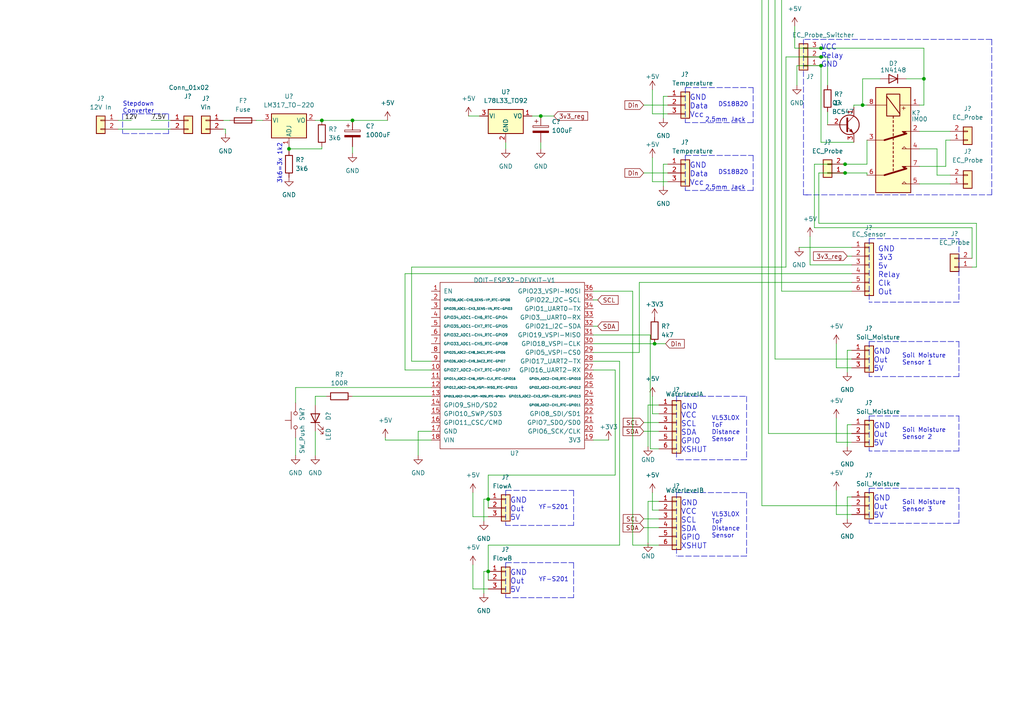
<source format=kicad_sch>
(kicad_sch (version 20211123) (generator eeschema)
  (paper "A4")
  (lib_symbols
    (symbol "Connector:Conn_01x10_Female" (pin_names (offset 1.016) hide)
      (property "Reference" "J" (at 0 12.7 0))
      (property "Value" "Conn_01x10_Female" (at 0 -15.24 0))
      (symbol "Conn_01x10_Female_1_1"
        (arc (start 0 -12.192) (mid -0.508 -12.7) (end 0 -13.208) (stroke (width 0.1524)))
        (arc (start 0 -9.652) (mid -0.508 -10.16) (end 0 -10.668) (stroke (width 0.1524)))
        (arc (start 0 -7.112) (mid -0.508 -7.62) (end 0 -8.128) (stroke (width 0.1524)))
        (arc (start 0 -4.572) (mid -0.508 -5.08) (end 0 -5.588) (stroke (width 0.1524)))
        (arc (start 0 -2.032) (mid -0.508 -2.54) (end 0 -3.048) (stroke (width 0.1524)))
        (polyline (pts (xy -1.27 -12.7) (xy -0.508 -12.7)) (stroke (width 0.1524)))
        (polyline (pts (xy -1.27 -10.16) (xy -0.508 -10.16)) (stroke (width 0.1524)))
        (polyline (pts (xy -1.27 -7.62) (xy -0.508 -7.62)) (stroke (width 0.1524)))
        (polyline (pts (xy -1.27 -5.08) (xy -0.508 -5.08)) (stroke (width 0.1524)))
        (polyline (pts (xy -1.27 -2.54) (xy -0.508 -2.54)) (stroke (width 0.1524)))
        (polyline (pts (xy -1.27 0) (xy -0.508 0)) (stroke (width 0.1524)))
        (polyline (pts (xy -1.27 2.54) (xy -0.508 2.54)) (stroke (width 0.1524)))
        (polyline (pts (xy -1.27 5.08) (xy -0.508 5.08)) (stroke (width 0.1524)))
        (polyline (pts (xy -1.27 7.62) (xy -0.508 7.62)) (stroke (width 0.1524)))
        (polyline (pts (xy -1.27 10.16) (xy -0.508 10.16)) (stroke (width 0.1524)))
        (arc (start 0 0.508) (mid -0.508 0) (end 0 -0.508) (stroke (width 0.1524)))
        (arc (start 0 3.048) (mid -0.508 2.54) (end 0 2.032) (stroke (width 0.1524)))
        (arc (start 0 5.588) (mid -0.508 5.08) (end 0 4.572) (stroke (width 0.1524)))
        (arc (start 0 8.128) (mid -0.508 7.62) (end 0 7.112) (stroke (width 0.1524)))
        (arc (start 0 10.668) (mid -0.508 10.16) (end 0 9.652) (stroke (width 0.1524)))
        (pin passive line (at -5.08 10.16 0) (length 3.81) (name "Pin_1") (number "1"))
        (pin passive line (at -5.08 -12.7 0) (length 3.81) (name "Pin_10") (number "10"))
        (pin passive line (at -5.08 7.62 0) (length 3.81) (name "Pin_2") (number "2"))
        (pin passive line (at -5.08 5.08 0) (length 3.81) (name "Pin_3") (number "3"))
        (pin passive line (at -5.08 2.54 0) (length 3.81) (name "Pin_4") (number "4"))
        (pin passive line (at -5.08 0 0) (length 3.81) (name "Pin_5") (number "5"))
        (pin passive line (at -5.08 -2.54 0) (length 3.81) (name "Pin_6") (number "6"))
        (pin passive line (at -5.08 -5.08 0) (length 3.81) (name "Pin_7") (number "7"))
        (pin passive line (at -5.08 -7.62 0) (length 3.81) (name "Pin_8") (number "8"))
        (pin passive line (at -5.08 -10.16 0) (length 3.81) (name "Pin_9") (number "9"))
      )
    )
    (symbol "Connector_Generic:Conn_01x02" (pin_names (offset 1.016) hide)
      (property "Reference" "J" (at 0 2.54 0))
      (property "Value" "Conn_01x02" (at 0 -5.08 0))
      (symbol "Conn_01x02_1_1"
        (rectangle (start -1.27 -2.413) (end 0 -2.667) (stroke (width 0.1524)))
        (rectangle (start -1.27 0.127) (end 0 -0.127) (stroke (width 0.1524)))
        (rectangle (start -1.27 1.27) (end 1.27 -3.81) (stroke (width 0.254)) (fill (type background)))
        (pin passive line (at -5.08 0 0) (length 3.81) (name "Pin_1") (number "1"))
        (pin passive line (at -5.08 -2.54 0) (length 3.81) (name "Pin_2") (number "2"))
      )
    )
    (symbol "Connector_Generic:Conn_01x03" (pin_names (offset 1.016) hide)
      (property "Reference" "J" (at 0 5.08 0))
      (property "Value" "Conn_01x03" (at 0 -5.08 0))
      (symbol "Conn_01x03_1_1"
        (rectangle (start -1.27 -2.413) (end 0 -2.667) (stroke (width 0.1524)))
        (rectangle (start -1.27 0.127) (end 0 -0.127) (stroke (width 0.1524)))
        (rectangle (start -1.27 2.667) (end 0 2.413) (stroke (width 0.1524)))
        (rectangle (start -1.27 3.81) (end 1.27 -3.81) (stroke (width 0.254)) (fill (type background)))
        (pin passive line (at -5.08 2.54 0) (length 3.81) (name "Pin_1") (number "1"))
        (pin passive line (at -5.08 0 0) (length 3.81) (name "Pin_2") (number "2"))
        (pin passive line (at -5.08 -2.54 0) (length 3.81) (name "Pin_3") (number "3"))
      )
    )
    (symbol "Connector_Generic:Conn_01x06" (pin_names (offset 1.016) hide)
      (property "Reference" "J" (at 0 7.62 0))
      (property "Value" "Conn_01x06" (at 0 -10.16 0))
      (symbol "Conn_01x06_1_1"
        (rectangle (start -1.27 -7.493) (end 0 -7.747) (stroke (width 0.1524)))
        (rectangle (start -1.27 -4.953) (end 0 -5.207) (stroke (width 0.1524)))
        (rectangle (start -1.27 -2.413) (end 0 -2.667) (stroke (width 0.1524)))
        (rectangle (start -1.27 0.127) (end 0 -0.127) (stroke (width 0.1524)))
        (rectangle (start -1.27 2.667) (end 0 2.413) (stroke (width 0.1524)))
        (rectangle (start -1.27 5.207) (end 0 4.953) (stroke (width 0.1524)))
        (rectangle (start -1.27 6.35) (end 1.27 -8.89) (stroke (width 0.254)) (fill (type background)))
        (pin passive line (at -5.08 5.08 0) (length 3.81) (name "Pin_1") (number "1"))
        (pin passive line (at -5.08 2.54 0) (length 3.81) (name "Pin_2") (number "2"))
        (pin passive line (at -5.08 0 0) (length 3.81) (name "Pin_3") (number "3"))
        (pin passive line (at -5.08 -2.54 0) (length 3.81) (name "Pin_4") (number "4"))
        (pin passive line (at -5.08 -5.08 0) (length 3.81) (name "Pin_5") (number "5"))
        (pin passive line (at -5.08 -7.62 0) (length 3.81) (name "Pin_6") (number "6"))
      )
    )
    (symbol "Device:C_Polarized" (pin_numbers hide) (pin_names (offset 0.254))
      (property "Reference" "C" (at 0.635 2.54 0))
      (property "Value" "C_Polarized" (at 0.635 -2.54 0))
      (symbol "C_Polarized_0_1"
        (rectangle (start -2.286 0.508) (end 2.286 1.016))
        (polyline (pts (xy -1.778 2.286) (xy -0.762 2.286)))
        (polyline (pts (xy -1.27 2.794) (xy -1.27 1.778)))
        (rectangle (start 2.286 -0.508) (end -2.286 -1.016) (fill (type outline)))
      )
      (symbol "C_Polarized_1_1"
        (pin passive line (at 0 3.81 270) (length 2.794) (name "~") (number "1"))
        (pin passive line (at 0 -3.81 90) (length 2.794) (name "~") (number "2"))
      )
    )
    (symbol "Device:Fuse" (pin_numbers hide) (pin_names (offset 0))
      (property "Reference" "F" (at 2.032 0 90))
      (property "Value" "Fuse" (at -1.905 0 90))
      (symbol "Fuse_0_1"
        (rectangle (start -0.762 -2.54) (end 0.762 2.54) (stroke (width 0.254)))
        (polyline (pts (xy 0 2.54) (xy 0 -2.54)))
      )
      (symbol "Fuse_1_1"
        (pin passive line (at 0 3.81 270) (length 1.27) (name "~") (number "1"))
        (pin passive line (at 0 -3.81 90) (length 1.27) (name "~") (number "2"))
      )
    )
    (symbol "Device:LED" (pin_numbers hide) (pin_names (offset 1.016) hide)
      (property "Reference" "D" (at 0 2.54 0))
      (property "Value" "LED" (at 0 -2.54 0))
      (symbol "LED_0_1"
        (polyline (pts (xy -1.27 -1.27) (xy -1.27 1.27)) (stroke (width 0.254)))
        (polyline (pts (xy -1.27 0) (xy 1.27 0)))
        (polyline (pts (xy 1.27 -1.27) (xy 1.27 1.27) (xy -1.27 0) (xy 1.27 -1.27)) (stroke (width 0.254)))
        (polyline (pts (xy -3.048 -0.762) (xy -4.572 -2.286) (xy -3.81 -2.286) (xy -4.572 -2.286) (xy -4.572 -1.524)))
        (polyline (pts (xy -1.778 -0.762) (xy -3.302 -2.286) (xy -2.54 -2.286) (xy -3.302 -2.286) (xy -3.302 -1.524)))
      )
      (symbol "LED_1_1"
        (pin passive line (at -3.81 0 0) (length 2.54) (name "K") (number "1"))
        (pin passive line (at 3.81 0 180) (length 2.54) (name "A") (number "2"))
      )
    )
    (symbol "Device:R" (pin_numbers hide) (pin_names (offset 0))
      (property "Reference" "R" (at 2.032 0 90))
      (property "Value" "R" (at 0 0 90))
      (symbol "R_0_1"
        (rectangle (start -1.016 -2.54) (end 1.016 2.54) (stroke (width 0.254)))
      )
      (symbol "R_1_1"
        (pin passive line (at 0 3.81 270) (length 1.27) (name "~") (number "1"))
        (pin passive line (at 0 -3.81 90) (length 1.27) (name "~") (number "2"))
      )
    )
    (symbol "Diode:1N4148" (pin_numbers hide) (pin_names hide)
      (property "Reference" "D" (at 0 2.54 0))
      (property "Value" "1N4148" (at 0 -2.54 0))
      (symbol "1N4148_0_1"
        (polyline (pts (xy -1.27 1.27) (xy -1.27 -1.27)) (stroke (width 0.254)))
        (polyline (pts (xy 1.27 0) (xy -1.27 0)))
        (polyline (pts (xy 1.27 1.27) (xy 1.27 -1.27) (xy -1.27 0) (xy 1.27 1.27)) (stroke (width 0.254)))
      )
      (symbol "1N4148_1_1"
        (pin passive line (at -3.81 0 0) (length 2.54) (name "K") (number "1"))
        (pin passive line (at 3.81 0 180) (length 2.54) (name "A") (number "2"))
      )
    )
    (symbol "Regulator_Linear:L78L33_TO92" (pin_names (offset 0.254))
      (property "Reference" "U" (at -3.81 3.175 0))
      (property "Value" "L78L33_TO92" (at 0 3.175 0))
      (symbol "L78L33_TO92_0_1"
        (rectangle (start -5.08 -5.08) (end 5.08 1.905) (stroke (width 0.254)) (fill (type background)))
      )
      (symbol "L78L33_TO92_1_1"
        (pin power_out line (at 7.62 0 180) (length 2.54) (name "VO") (number "1"))
        (pin power_in line (at 0 -7.62 90) (length 2.54) (name "GND") (number "2"))
        (pin power_in line (at -7.62 0 0) (length 2.54) (name "VI") (number "3"))
      )
    )
    (symbol "Regulator_Linear:LM317_TO-220" (pin_names (offset 0.254))
      (property "Reference" "U" (at -3.81 3.175 0))
      (property "Value" "LM317_TO-220" (at 0 3.175 0))
      (symbol "LM317_TO-220_0_1"
        (rectangle (start -5.08 1.905) (end 5.08 -5.08) (stroke (width 0.254)) (fill (type background)))
      )
      (symbol "LM317_TO-220_1_1"
        (pin input line (at 0 -7.62 90) (length 2.54) (name "ADJ") (number "1"))
        (pin power_out line (at 7.62 0 180) (length 2.54) (name "VO") (number "2"))
        (pin power_in line (at -7.62 0 0) (length 2.54) (name "VI") (number "3"))
      )
    )
    (symbol "Relay:IM00"
      (property "Reference" "K" (at 16.51 3.81 0))
      (property "Value" "IM00" (at 16.51 1.27 0))
      (symbol "IM00_0_0"
        (text "+" (at -9.271 2.921 0) (effects (font (size 1.27 1.27))))
      )
      (symbol "IM00_0_1"
        (rectangle (start -15.24 5.08) (end 15.24 -5.08) (stroke (width 0.254)) (fill (type background)))
        (rectangle (start -13.335 1.905) (end -6.985 -1.905) (stroke (width 0.254)))
        (polyline (pts (xy -12.7 -1.905) (xy -7.62 1.905)) (stroke (width 0.254)))
        (polyline (pts (xy -10.16 -5.08) (xy -10.16 -1.905)))
        (polyline (pts (xy -10.16 5.08) (xy -10.16 1.905)))
        (polyline (pts (xy -6.985 0) (xy -6.35 0)) (stroke (width 0.254)))
        (polyline (pts (xy -5.715 0) (xy -5.08 0)) (stroke (width 0.254)))
        (polyline (pts (xy -4.445 0) (xy -3.81 0)) (stroke (width 0.254)))
        (polyline (pts (xy -3.175 0) (xy -2.54 0)) (stroke (width 0.254)))
        (polyline (pts (xy -1.905 0) (xy -1.27 0)) (stroke (width 0.254)))
        (polyline (pts (xy -0.635 0) (xy 0 0)) (stroke (width 0.254)))
        (polyline (pts (xy 0 -2.54) (xy -1.905 3.81)) (stroke (width 0.508)))
        (polyline (pts (xy 0 -2.54) (xy 0 -5.08)))
        (polyline (pts (xy 0.635 0) (xy 1.27 0)) (stroke (width 0.254)))
        (polyline (pts (xy 1.905 0) (xy 2.54 0)) (stroke (width 0.254)))
        (polyline (pts (xy 3.175 0) (xy 3.81 0)) (stroke (width 0.254)))
        (polyline (pts (xy 4.445 0) (xy 5.08 0)) (stroke (width 0.254)))
        (polyline (pts (xy 5.715 0) (xy 6.35 0)) (stroke (width 0.254)))
        (polyline (pts (xy 6.985 0) (xy 7.62 0)) (stroke (width 0.254)))
        (polyline (pts (xy 8.255 0) (xy 8.89 0)) (stroke (width 0.254)))
        (polyline (pts (xy 10.16 -2.54) (xy 8.255 3.81)) (stroke (width 0.508)))
        (polyline (pts (xy 10.16 -2.54) (xy 10.16 -5.08)))
        (polyline (pts (xy -2.54 5.08) (xy -2.54 2.54) (xy -1.905 3.175) (xy -2.54 3.81)) (fill (type outline)))
        (polyline (pts (xy 2.54 5.08) (xy 2.54 2.54) (xy 1.905 3.175) (xy 2.54 3.81)))
        (polyline (pts (xy 7.62 5.08) (xy 7.62 2.54) (xy 8.255 3.175) (xy 7.62 3.81)) (fill (type outline)))
        (polyline (pts (xy 12.7 5.08) (xy 12.7 2.54) (xy 12.065 3.175) (xy 12.7 3.81)))
      )
      (symbol "IM00_1_1"
        (pin passive line (at -10.16 7.62 270) (length 2.54) (name "~") (number "1"))
        (pin passive line (at -2.54 7.62 270) (length 2.54) (name "~") (number "2"))
        (pin passive line (at 0 -7.62 90) (length 2.54) (name "~") (number "3"))
        (pin passive line (at 2.54 7.62 270) (length 2.54) (name "~") (number "4"))
        (pin passive line (at 12.7 7.62 270) (length 2.54) (name "~") (number "5"))
        (pin passive line (at 10.16 -7.62 90) (length 2.54) (name "~") (number "6"))
        (pin passive line (at 7.62 7.62 270) (length 2.54) (name "~") (number "7"))
        (pin passive line (at -10.16 -7.62 90) (length 2.54) (name "~") (number "8"))
      )
    )
    (symbol "Switch:SW_Push" (pin_numbers hide) (pin_names (offset 1.016) hide)
      (property "Reference" "SW" (at 1.27 2.54 0))
      (property "Value" "SW_Push" (at 0 -1.524 0))
      (symbol "SW_Push_0_1"
        (circle (center -2.032 0) (radius 0.508))
        (polyline (pts (xy 0 1.27) (xy 0 3.048)))
        (polyline (pts (xy 2.54 1.27) (xy -2.54 1.27)))
        (circle (center 2.032 0) (radius 0.508))
        (pin passive line (at -5.08 0 0) (length 2.54) (name "1") (number "1"))
        (pin passive line (at 5.08 0 180) (length 2.54) (name "2") (number "2"))
      )
    )
    (symbol "Transistor_BJT:BC547" (pin_names (offset 0) hide)
      (property "Reference" "Q" (at 5.08 1.905 0))
      (property "Value" "BC547" (at 5.08 0 0))
      (symbol "BC547_0_1"
        (polyline (pts (xy 0 0) (xy 0.635 0)))
        (polyline (pts (xy 0.635 0.635) (xy 2.54 2.54)))
        (polyline (pts (xy 0.635 -0.635) (xy 2.54 -2.54) (xy 2.54 -2.54)))
        (polyline (pts (xy 0.635 1.905) (xy 0.635 -1.905) (xy 0.635 -1.905)) (stroke (width 0.508)))
        (polyline (pts (xy 1.27 -1.778) (xy 1.778 -1.27) (xy 2.286 -2.286) (xy 1.27 -1.778) (xy 1.27 -1.778)) (fill (type outline)))
        (circle (center 1.27 0) (radius 2.8194) (stroke (width 0.254)))
      )
      (symbol "BC547_1_1"
        (pin passive line (at 2.54 5.08 270) (length 2.54) (name "C") (number "1"))
        (pin input line (at -5.08 0 0) (length 5.08) (name "B") (number "2"))
        (pin passive line (at 2.54 -5.08 90) (length 2.54) (name "E") (number "3"))
      )
    )
    (symbol "doit-esp32-devkit-v1:DOIT-ESP32-DEVKIT-V1" (pin_names (offset 1.016))
      (property "Reference" "U" (at -1.27 11.43 0))
      (property "Value" "DOIT-ESP32-DEVKIT-V1" (at 0 13.97 0))
      (symbol "DOIT-ESP32-DEVKIT-V1_0_1"
        (rectangle (start 20.32 10.16) (end -21.59 -38.1))
      )
      (symbol "DOIT-ESP32-DEVKIT-V1_1_1"
        (pin output line (at -24.13 7.62 0) (length 2.54) (name "EN") (number "1"))
        (pin bidirectional line (at -24.13 -15.24 0) (length 2.54) (name "GPIO27_ADC2-CH7_RTC-GPIO17") (number "10"))
        (pin bidirectional line (at -24.13 -17.78 0) (length 2.54) (name "GPIO14_ADC2-CH6_HSPI-CLK_RTC-GPIO16") (number "11"))
        (pin bidirectional line (at -24.13 -20.32 0) (length 2.54) (name "GPIO12_ADC2-CH5_HSPI-MISO_RTC-GPIO15") (number "12"))
        (pin bidirectional line (at -24.13 -22.86 0) (length 2.54) (name "GPIO13_ADC2-CH4_HSPI-MOSI_RTC-GPIO14") (number "13"))
        (pin unspecified line (at -24.13 -25.4 0) (length 2.54) (name "GPIO9_SHD/SD2") (number "14"))
        (pin unspecified line (at -24.13 -27.94 0) (length 2.54) (name "GPIO10_SWP/SD3") (number "15"))
        (pin unspecified line (at -24.13 -30.48 0) (length 2.54) (name "GPIO11_CSC/CMD") (number "16"))
        (pin bidirectional line (at -24.13 -33.02 0) (length 2.54) (name "GND") (number "17"))
        (pin bidirectional line (at -24.13 -35.56 0) (length 2.54) (name "VIN") (number "18"))
        (pin output line (at 22.86 -35.56 180) (length 2.54) (name "3V3") (number "19"))
        (pin bidirectional line (at -24.13 5.08 0) (length 2.54) (name "GPIO36_ADC-CH0_SENS-VP_RTC-GPIO0") (number "2"))
        (pin unspecified line (at 22.86 -33.02 180) (length 2.54) (name "GPIO6_SCK/CLK") (number "20"))
        (pin unspecified line (at 22.86 -30.48 180) (length 2.54) (name "GPIO7_SDO/SD0") (number "21"))
        (pin unspecified line (at 22.86 -27.94 180) (length 2.54) (name "GPIO8_SDI/SD1") (number "22"))
        (pin bidirectional line (at 22.86 -25.4 180) (length 2.54) (name "GPIO0_ADC2-CH1_RTC-GPIO11") (number "23"))
        (pin bidirectional line (at 22.86 -22.86 180) (length 2.54) (name "GPIO15_ADC2-CH3_HSPI-CS0_RTC-GPIO13") (number "24"))
        (pin bidirectional line (at 22.86 -20.32 180) (length 2.54) (name "GPIO2_ADC2-CH2_RTC-GPIO12") (number "25"))
        (pin bidirectional line (at 22.86 -17.78 180) (length 2.54) (name "GPIO4_ADC2-CH0_RTC-GPIO10") (number "26"))
        (pin bidirectional line (at 22.86 -15.24 180) (length 2.54) (name "GPIO16_UART2-RX") (number "27"))
        (pin bidirectional line (at 22.86 -12.7 180) (length 2.54) (name "GPIO17_UART2-TX") (number "28"))
        (pin bidirectional line (at 22.86 -10.16 180) (length 2.54) (name "GPIO5_VSPI-CS0") (number "29"))
        (pin bidirectional line (at -24.13 2.54 0) (length 2.54) (name "GPIO39_ADC1-CH3_SENS-VN_RTC-GPIO3") (number "3"))
        (pin bidirectional line (at 22.86 -7.62 180) (length 2.54) (name "GPIO18_VSPI-CLK") (number "30"))
        (pin bidirectional line (at 22.86 -5.08 180) (length 2.54) (name "GPIO19_VSPI-MISO") (number "31"))
        (pin bidirectional line (at 22.86 -2.54 180) (length 2.54) (name "GPIO21_I2C-SDA") (number "32"))
        (pin bidirectional line (at 22.86 0 180) (length 2.54) (name "GPIO3__UART0-RX") (number "33"))
        (pin bidirectional line (at 22.86 2.54 180) (length 2.54) (name "GPIO1_UART0-TX") (number "34"))
        (pin bidirectional line (at 22.86 5.08 180) (length 2.54) (name "GPIO22_I2C-SCL") (number "35"))
        (pin bidirectional line (at 22.86 7.62 180) (length 2.54) (name "GPIO23_VSPI-MOSI") (number "36"))
        (pin bidirectional line (at -24.13 0 0) (length 2.54) (name "GPIO34_ADC1-CH6_RTC-GPIO4") (number "4"))
        (pin bidirectional line (at -24.13 -2.54 0) (length 2.54) (name "GPIO35_ADC1-CH7_RTC-GPIO5") (number "5"))
        (pin bidirectional line (at -24.13 -5.08 0) (length 2.54) (name "GPIO32_ADC1-CH4_RTC-GPIO9") (number "6"))
        (pin bidirectional line (at -24.13 -7.62 0) (length 2.54) (name "GPIO33_ADC1-CH5_RTC-GPIO8") (number "7"))
        (pin bidirectional line (at -24.13 -10.16 0) (length 2.54) (name "GPIO25_ADC2-CH8_DAC1_RTC-GPIO6") (number "8"))
        (pin bidirectional line (at -24.13 -12.7 0) (length 2.54) (name "GPIO26_ADC2-CH9_DAC2_RTC-GPIO7") (number "9"))
      )
    )
    (symbol "power:+3V3" (power) (pin_names (offset 0))
      (property "Value" "+3V3" (at 0 3.556 0))
      (symbol "+3V3_0_1"
        (polyline (pts (xy -0.762 1.27) (xy 0 2.54)))
        (polyline (pts (xy 0 0) (xy 0 2.54)))
        (polyline (pts (xy 0 2.54) (xy 0.762 1.27)))
      )
      (symbol "+3V3_1_1"
        (pin power_in line (at 0 0 90) (length 0) hide (name "+3V3") (number "1"))
      )
    )
    (symbol "power:+5V" (power) (pin_names (offset 0))
      (property "Value" "+5V" (at 0 3.556 0))
      (symbol "+5V_0_1"
        (polyline (pts (xy -0.762 1.27) (xy 0 2.54)))
        (polyline (pts (xy 0 0) (xy 0 2.54)))
        (polyline (pts (xy 0 2.54) (xy 0.762 1.27)))
      )
      (symbol "+5V_1_1"
        (pin power_in line (at 0 0 90) (length 0) hide (name "+5V") (number "1"))
      )
    )
    (symbol "power:GND" (power) (pin_names (offset 0))
      (property "Value" "GND" (at 0 -3.81 0))
      (symbol "GND_0_1"
        (polyline (pts (xy 0 0) (xy 0 -1.27) (xy 1.27 -1.27) (xy 0 -2.54) (xy -1.27 -1.27) (xy 0 -1.27)))
      )
      (symbol "GND_1_1"
        (pin power_in line (at 0 0 270) (length 0) hide (name "GND") (number "1"))
      )
    )
  )
  (junction (at 238.125 13.97))
  (junction (at 83.82 43.18))
  (junction (at 238.125 16.51))
  (junction (at 267.97 22.86))
  (junction (at 93.345 34.925))
  (junction (at 250.19 30.48))
  (junction (at 141.605 165.735))
  (junction (at 189.865 99.695))
  (junction (at 156.845 33.655))
  (junction (at 245.11 47.625))
  (junction (at 245.11 50.165))
  (junction (at 141.605 144.78))
  (junction (at 238.125 19.05))
  (junction (at 102.235 34.925))
  (no_connect (at 247.015 -29.845))
  (no_connect (at 247.015 -27.305))
  (polyline (pts (xy 35.56 33.02) (xy 35.56 38.735)))
  (wire (pts (xy 74.295 34.925) (xy 76.2 34.925)))
  (polyline (pts (xy 166.37 142.24) (xy 166.37 152.4)))
  (wire (pts (xy 247.015 104.14) (xy 224.79 104.14)))
  (polyline (pts (xy 278.13 130.81) (xy 252.095 130.81)))
  (wire (pts (xy 274.32 40.64) (xy 275.59 40.64)))
  (polyline (pts (xy 287.655 11.43) (xy 233.045 11.43)))
  (wire (pts (xy 178.435 137.795) (xy 178.435 107.315)))
  (wire (pts (xy 183.515 158.115) (xy 191.135 158.115)))
  (polyline (pts (xy 218.44 25.4) (xy 218.44 35.56)))
  (polyline (pts (xy 196.215 114.935) (xy 216.535 114.935)))
  (wire (pts (xy 179.705 158.115) (xy 179.705 104.775)))
  (wire (pts (xy 267.97 13.97) (xy 238.125 13.97)))
  (wire (pts (xy 125.095 107.315) (xy 117.475 107.315)))
  (wire (pts (xy 91.44 114.935) (xy 91.44 117.475)))
  (wire (pts (xy 250.19 30.48) (xy 247.65 30.48)))
  (wire (pts (xy 242.57 106.68) (xy 242.57 99.695)))
  (wire (pts (xy 281.94 77.47) (xy 283.21 77.47)))
  (wire (pts (xy 242.57 128.27) (xy 242.57 121.285)))
  (wire (pts (xy 240.03 32.385) (xy 240.03 36.195)))
  (wire (pts (xy 251.46 47.625) (xy 251.46 40.64)))
  (wire (pts (xy 251.46 47.625) (xy 245.11 47.625)))
  (wire (pts (xy 141.605 165.735) (xy 140.335 165.735)))
  (wire (pts (xy 91.44 34.925) (xy 93.345 34.925)))
  (polyline (pts (xy 252.095 141.605) (xy 252.095 151.765)))
  (wire (pts (xy 141.605 165.735) (xy 141.605 158.115)))
  (wire (pts (xy 191.135 147.955) (xy 189.23 147.955)))
  (wire (pts (xy 262.89 22.86) (xy 267.97 22.86)))
  (wire (pts (xy 83.82 43.18) (xy 83.82 43.815)))
  (wire (pts (xy 34.29 37.465) (xy 49.53 37.465)))
  (wire (pts (xy 250.19 30.48) (xy 250.19 22.86)))
  (wire (pts (xy 236.22 66.04) (xy 236.22 47.625)))
  (wire (pts (xy 274.32 48.26) (xy 274.32 40.64)))
  (polyline (pts (xy 278.13 120.65) (xy 278.13 130.81)))
  (wire (pts (xy 187.96 117.475) (xy 187.96 129.54)))
  (polyline (pts (xy 216.535 161.29) (xy 196.215 161.29)))
  (polyline (pts (xy 166.37 173.355) (xy 146.685 173.355)))
  (wire (pts (xy 193.675 47.625) (xy 192.405 47.625)))
  (wire (pts (xy 85.725 116.84) (xy 85.725 112.395)))
  (wire (pts (xy 226.695 -24.765) (xy 247.015 -24.765)))
  (wire (pts (xy 186.69 125.095) (xy 191.135 125.095)))
  (polyline (pts (xy 35.56 33.02) (xy 48.895 33.02)))
  (wire (pts (xy 281.94 74.93) (xy 281.94 66.04)))
  (wire (pts (xy 85.725 127) (xy 85.725 132.08)))
  (wire (pts (xy 141.605 158.115) (xy 179.705 158.115)))
  (polyline (pts (xy 146.685 142.24) (xy 166.37 142.24)))
  (polyline (pts (xy 166.37 163.195) (xy 166.37 173.355)))
  (wire (pts (xy 234.95 68.58) (xy 234.95 76.835)))
  (wire (pts (xy 247.015 106.68) (xy 242.57 106.68)))
  (polyline (pts (xy 216.535 142.875) (xy 216.535 161.29)))
  (wire (pts (xy 240.03 16.51) (xy 238.125 16.51)))
  (wire (pts (xy 245.11 50.165) (xy 251.46 50.165)))
  (wire (pts (xy 231.14 19.05) (xy 238.125 19.05)))
  (wire (pts (xy 266.7 43.18) (xy 271.78 43.18)))
  (wire (pts (xy 245.745 123.19) (xy 245.745 129.54)))
  (wire (pts (xy 178.435 107.315) (xy 172.085 107.315)))
  (polyline (pts (xy 252.095 99.06) (xy 252.095 109.22)))
  (wire (pts (xy 186.69 150.495) (xy 191.135 150.495)))
  (wire (pts (xy 191.135 120.015) (xy 189.23 120.015)))
  (wire (pts (xy 186.69 50.165) (xy 193.675 50.165)))
  (polyline (pts (xy 252.095 -41.91) (xy 278.765 -41.91)))
  (wire (pts (xy 242.57 149.225) (xy 242.57 142.24)))
  (wire (pts (xy 283.21 64.77) (xy 237.49 64.77)))
  (wire (pts (xy 227.965 16.51) (xy 227.965 77.47)))
  (wire (pts (xy 247.015 84.455) (xy 226.695 84.455)))
  (wire (pts (xy 220.98 -17.145) (xy 247.015 -17.145)))
  (wire (pts (xy 141.605 149.86) (xy 137.16 149.86)))
  (polyline (pts (xy 146.685 142.24) (xy 146.685 152.4)))
  (wire (pts (xy 281.94 66.04) (xy 236.22 66.04)))
  (wire (pts (xy 64.77 34.925) (xy 66.675 34.925)))
  (wire (pts (xy 185.42 81.915) (xy 185.42 102.235)))
  (wire (pts (xy 141.605 168.275) (xy 141.605 165.735)))
  (wire (pts (xy 192.405 27.94) (xy 192.405 34.29)))
  (wire (pts (xy 91.44 125.095) (xy 91.44 132.08)))
  (wire (pts (xy 192.405 47.625) (xy 192.405 53.975)))
  (wire (pts (xy 140.335 165.735) (xy 140.335 172.085)))
  (wire (pts (xy 193.675 27.94) (xy 192.405 27.94)))
  (wire (pts (xy 156.845 33.655) (xy 160.655 33.655)))
  (wire (pts (xy 189.23 52.705) (xy 189.23 45.72)))
  (wire (pts (xy 237.49 64.77) (xy 237.49 50.165)))
  (polyline (pts (xy 287.655 56.515) (xy 287.655 11.43)))
  (polyline (pts (xy 196.215 114.935) (xy 196.215 133.35)))
  (polyline (pts (xy 252.095 141.605) (xy 278.13 141.605)))
  (wire (pts (xy 121.285 125.095) (xy 125.095 125.095)))
  (wire (pts (xy 243.205 -32.385) (xy 247.015 -32.385)))
  (wire (pts (xy 231.775 71.755) (xy 247.015 71.755)))
  (wire (pts (xy 102.235 42.545) (xy 102.235 44.45)))
  (wire (pts (xy 137.16 149.86) (xy 137.16 142.875)))
  (wire (pts (xy 191.135 130.175) (xy 188.595 130.175)))
  (wire (pts (xy 224.79 -22.225) (xy 247.015 -22.225)))
  (polyline (pts (xy 198.755 45.085) (xy 218.44 45.085)))
  (wire (pts (xy 230.505 13.97) (xy 230.505 7.62)))
  (wire (pts (xy 85.725 112.395) (xy 125.095 112.395)))
  (polyline (pts (xy 278.13 87.63) (xy 252.095 87.63)))
  (wire (pts (xy 172.085 94.615) (xy 173.355 94.615)))
  (wire (pts (xy 229.235 -37.465) (xy 247.015 -37.465)))
  (wire (pts (xy 193.675 33.02) (xy 189.23 33.02)))
  (polyline (pts (xy 146.685 163.195) (xy 146.685 173.355)))
  (wire (pts (xy 186.69 153.035) (xy 191.135 153.035)))
  (wire (pts (xy 189.23 147.955) (xy 189.23 142.875)))
  (polyline (pts (xy 278.765 -15.875) (xy 252.095 -15.875)))
  (wire (pts (xy 245.745 144.145) (xy 245.745 150.495)))
  (polyline (pts (xy 198.755 25.4) (xy 218.44 25.4)))
  (wire (pts (xy 267.97 30.48) (xy 266.7 30.48)))
  (polyline (pts (xy 252.095 120.65) (xy 278.13 120.65)))
  (polyline (pts (xy 278.13 141.605) (xy 278.13 151.765)))
  (wire (pts (xy 154.305 33.655) (xy 156.845 33.655)))
  (polyline (pts (xy 278.13 69.215) (xy 278.13 87.63)))
  (wire (pts (xy 93.345 34.925) (xy 102.235 34.925)))
  (wire (pts (xy 247.015 123.19) (xy 245.745 123.19)))
  (wire (pts (xy 83.82 42.545) (xy 83.82 43.18)))
  (polyline (pts (xy 252.095 69.215) (xy 278.13 69.215)))
  (wire (pts (xy 188.595 130.175) (xy 188.595 97.155)))
  (polyline (pts (xy 196.215 142.875) (xy 196.215 161.29)))
  (wire (pts (xy 102.235 114.935) (xy 125.095 114.935)))
  (wire (pts (xy 141.605 144.78) (xy 140.335 144.78)))
  (wire (pts (xy 172.085 99.695) (xy 189.865 99.695)))
  (wire (pts (xy 247.015 149.225) (xy 242.57 149.225)))
  (wire (pts (xy 187.96 117.475) (xy 191.135 117.475)))
  (polyline (pts (xy 252.095 69.215) (xy 252.095 87.63)))
  (wire (pts (xy 271.78 50.8) (xy 275.59 50.8)))
  (wire (pts (xy 156.845 41.275) (xy 156.845 43.18)))
  (wire (pts (xy 227.965 77.47) (xy 119.38 77.47)))
  (wire (pts (xy 234.95 76.835) (xy 247.015 76.835)))
  (wire (pts (xy 236.22 47.625) (xy 245.11 47.625)))
  (polyline (pts (xy 196.215 142.875) (xy 216.535 142.875)))
  (polyline (pts (xy 278.13 109.22) (xy 252.095 109.22)))
  (wire (pts (xy 243.84 -40.005) (xy 247.015 -40.005)))
  (wire (pts (xy 267.97 22.86) (xy 267.97 30.48)))
  (wire (pts (xy 83.82 43.18) (xy 93.345 43.18)))
  (polyline (pts (xy 48.895 38.735) (xy 35.56 38.735)))
  (wire (pts (xy 238.125 41.275) (xy 247.65 41.275)))
  (wire (pts (xy 187.96 145.415) (xy 187.96 157.48)))
  (wire (pts (xy 251.46 50.165) (xy 251.46 50.8)))
  (wire (pts (xy 231.14 24.765) (xy 231.14 19.05)))
  (wire (pts (xy 247.015 146.685) (xy 220.98 146.685)))
  (polyline (pts (xy 218.44 45.085) (xy 218.44 55.245)))
  (wire (pts (xy 65.405 37.465) (xy 65.405 38.735)))
  (polyline (pts (xy 252.095 99.06) (xy 278.13 99.06)))
  (wire (pts (xy 189.865 99.695) (xy 193.04 99.695)))
  (wire (pts (xy 266.7 38.1) (xy 275.59 38.1)))
  (wire (pts (xy 185.42 102.235) (xy 172.085 102.235)))
  (wire (pts (xy 243.205 -34.925) (xy 247.015 -34.925)))
  (wire (pts (xy 283.21 77.47) (xy 283.21 64.77)))
  (wire (pts (xy 141.605 147.32) (xy 141.605 144.78)))
  (wire (pts (xy 222.885 125.73) (xy 222.885 -19.685)))
  (wire (pts (xy 251.46 30.48) (xy 250.19 30.48)))
  (wire (pts (xy 247.65 30.48) (xy 247.65 31.115)))
  (polyline (pts (xy 233.045 11.43) (xy 233.045 56.515)))
  (wire (pts (xy 238.125 16.51) (xy 227.965 16.51)))
  (wire (pts (xy 267.97 13.97) (xy 267.97 22.86)))
  (polyline (pts (xy 218.44 55.245) (xy 198.755 55.245)))
  (polyline (pts (xy 252.095 120.65) (xy 252.095 130.81)))
  (wire (pts (xy 237.49 50.165) (xy 245.11 50.165)))
  (wire (pts (xy 271.78 43.18) (xy 271.78 50.8)))
  (wire (pts (xy 172.085 97.155) (xy 188.595 97.155)))
  (wire (pts (xy 125.095 127.635) (xy 111.76 127.635)))
  (wire (pts (xy 186.69 122.555) (xy 191.135 122.555)))
  (wire (pts (xy 140.335 144.78) (xy 140.335 151.13)))
  (wire (pts (xy 121.285 132.08) (xy 121.285 125.095)))
  (wire (pts (xy 238.125 19.05) (xy 238.125 41.275)))
  (polyline (pts (xy 216.535 114.935) (xy 216.535 133.35)))
  (wire (pts (xy 183.515 158.115) (xy 183.515 84.455)))
  (wire (pts (xy 247.015 128.27) (xy 242.57 128.27)))
  (wire (pts (xy 137.16 170.815) (xy 137.16 163.83)))
  (wire (pts (xy 245.745 101.6) (xy 245.745 107.95)))
  (wire (pts (xy 43.815 34.925) (xy 49.53 34.925)))
  (polyline (pts (xy 252.095 -41.91) (xy 252.095 -15.875)))
  (wire (pts (xy 117.475 79.375) (xy 247.015 79.375)))
  (polyline (pts (xy 216.535 133.35) (xy 196.215 133.35)))
  (wire (pts (xy 117.475 107.315) (xy 117.475 79.375)))
  (wire (pts (xy 93.345 42.545) (xy 93.345 43.18)))
  (wire (pts (xy 119.38 77.47) (xy 119.38 104.775)))
  (polyline (pts (xy 166.37 152.4) (xy 146.685 152.4)))
  (wire (pts (xy 119.38 104.775) (xy 125.095 104.775)))
  (wire (pts (xy 34.29 34.925) (xy 38.1 34.925)))
  (wire (pts (xy 189.23 120.015) (xy 189.23 114.935)))
  (wire (pts (xy 250.19 22.86) (xy 255.27 22.86)))
  (wire (pts (xy 266.7 48.26) (xy 274.32 48.26)))
  (polyline (pts (xy 233.045 56.515) (xy 234.315 56.515)))
  (wire (pts (xy 240.03 16.51) (xy 240.03 24.765)))
  (wire (pts (xy 172.085 86.995) (xy 173.355 86.995)))
  (wire (pts (xy 226.695 84.455) (xy 226.695 -24.765)))
  (wire (pts (xy 141.605 170.815) (xy 137.16 170.815)))
  (wire (pts (xy 247.015 81.915) (xy 185.42 81.915)))
  (wire (pts (xy 247.015 144.145) (xy 245.745 144.145)))
  (wire (pts (xy 102.235 34.925) (xy 112.395 34.925)))
  (wire (pts (xy 222.885 -19.685) (xy 247.015 -19.685)))
  (polyline (pts (xy 146.685 163.195) (xy 166.37 163.195)))
  (polyline (pts (xy 233.68 56.515) (xy 287.655 56.515)))
  (wire (pts (xy 94.615 114.935) (xy 91.44 114.935)))
  (wire (pts (xy 141.605 137.795) (xy 178.435 137.795)))
  (polyline (pts (xy 198.755 45.085) (xy 198.755 55.245)))
  (polyline (pts (xy 218.44 35.56) (xy 198.755 35.56)))
  (polyline (pts (xy 278.13 99.06) (xy 278.13 109.22)))
  (wire (pts (xy 141.605 144.78) (xy 141.605 137.795)))
  (polyline (pts (xy 278.13 151.765) (xy 252.095 151.765)))
  (wire (pts (xy 172.085 104.775) (xy 179.705 104.775)))
  (wire (pts (xy 245.745 74.295) (xy 247.015 74.295)))
  (wire (pts (xy 111.76 127.635) (xy 111.76 127)))
  (wire (pts (xy 172.085 127.635) (xy 176.53 127.635)))
  (polyline (pts (xy 278.765 -41.91) (xy 278.765 -15.875)))
  (wire (pts (xy 193.675 52.705) (xy 189.23 52.705)))
  (wire (pts (xy 187.96 145.415) (xy 191.135 145.415)))
  (wire (pts (xy 189.23 33.02) (xy 189.23 26.035)))
  (wire (pts (xy 238.125 13.97) (xy 230.505 13.97)))
  (wire (pts (xy 146.685 41.275) (xy 146.685 43.18)))
  (polyline (pts (xy 198.755 25.4) (xy 198.755 35.56)))
  (wire (pts (xy 186.69 30.48) (xy 193.675 30.48)))
  (polyline (pts (xy 48.895 33.02) (xy 48.895 38.735)))
  (wire (pts (xy 224.79 104.14) (xy 224.79 -22.225)))
  (wire (pts (xy 64.77 37.465) (xy 65.405 37.465)))
  (wire (pts (xy 266.7 53.34) (xy 275.59 53.34)))
  (wire (pts (xy 183.515 84.455) (xy 172.085 84.455)))
  (wire (pts (xy 135.89 33.655) (xy 139.065 33.655)))
  (wire (pts (xy 220.98 146.685) (xy 220.98 -17.145)))
  (wire (pts (xy 247.015 101.6) (xy 245.745 101.6)))
  (wire (pts (xy 247.015 125.73) (xy 222.885 125.73)))
  (text "DS18B20" (at 208.28 50.8 0) (effects (font (size 1.27 1.27)) (justify left bottom)))
  (text "GND\nOut\n5V" (at 253.365 150.495 0) (effects (font (size 1.55 1.55)) (justify left bottom)))
  (text "GND\nOut\n5V" (at 253.365 129.54 0) (effects (font (size 1.55 1.55)) (justify left bottom)))
  (text "GND\n3v3\n5v\nRelay\nClk\nOut" (at 254.635 85.725 0) (effects (font (size 1.55 1.55)) (justify left bottom)))
  (text "2.5mm Jack" (at 204.47 35.56 0) (effects (font (size 1.27 1.27)) (justify left bottom)))
  (text "2.5mm Jack" (at 204.47 55.245 0) (effects (font (size 1.27 1.27)) (justify left bottom)))
  (text "GND\nData\nVcc" (at 200.025 53.975 0) (effects (font (size 1.55 1.55)) (justify left bottom)))
  (text "GND\nVCC\nSCL\nSDA\nGPIO\nXSHUT" (at 197.485 131.445 0) (effects (font (size 1.55 1.55)) (justify left bottom)))
  (text "GND\nData\nVcc" (at 200.025 34.29 0) (effects (font (size 1.55 1.55)) (justify left bottom)))
  (text "GND\nOut\n5V" (at 147.955 172.085 0) (effects (font (size 1.55 1.55)) (justify left bottom)))
  (text "VL53L0X\nToF\nDistance\nSensor" (at 206.375 128.27 0) (effects (font (size 1.27 1.27)) (justify left bottom)))
  (text "VDD\nGND\nSCL\nSDA\nADDR\nALRT\nA0\nA1\nA2\nA3" (at 252.095 -16.51 0) (effects (font (size 1.55 1.55)) (justify left bottom)))
  (text "Soil Moisture\nSensor 3" (at 261.62 148.59 0) (effects (font (size 1.27 1.27)) (justify left bottom)))
  (text "Soil Moisture\nSensor 2" (at 261.62 127.635 0) (effects (font (size 1.27 1.27)) (justify left bottom)))
  (text "VCC\nRelay\nGND" (at 238.125 19.685 0) (effects (font (size 1.55 1.55)) (justify left bottom)))
  (text "3k6=3x 1k2" (at 81.915 53.34 90) (effects (font (size 1.27 1.27)) (justify left bottom)))
  (text "Stepdown\nConverter" (at 35.56 33.02 0) (effects (font (size 1.27 1.27)) (justify left bottom)))
  (text "Soil Moisture\nSensor 1" (at 261.62 106.045 0) (effects (font (size 1.27 1.27)) (justify left bottom)))
  (text "ADS1115\n16Bit I2C ADS+PGA\nDevboard" (at 259.08 -17.145 0) (effects (font (size 1.27 1.27)) (justify left bottom)))
  (text "DS18B20" (at 208.28 31.115 0) (effects (font (size 1.27 1.27)) (justify left bottom)))
  (text "GND\nOut\n5V" (at 147.955 151.13 0) (effects (font (size 1.55 1.55)) (justify left bottom)))
  (text "YF-S201" (at 156.21 147.955 0) (effects (font (size 1.27 1.27)) (justify left bottom)))
  (text "YF-S201" (at 156.21 168.91 0) (effects (font (size 1.27 1.27)) (justify left bottom)))
  (text "VL53L0X\nToF\nDistance\nSensor" (at 206.375 156.21 0) (effects (font (size 1.27 1.27)) (justify left bottom)))
  (text "GND\nOut\n5V" (at 253.365 107.95 0) (effects (font (size 1.55 1.55)) (justify left bottom)))
  (text "GND\nVCC\nSCL\nSDA\nGPIO\nXSHUT" (at 197.485 159.385 0) (effects (font (size 1.55 1.55)) (justify left bottom)))
  (label "12V" (at 36.195 34.925 0))
  (label "7.5V" (at 43.815 34.925 0))
  (global_label "SCL" (shape input) (at 186.69 122.555 180) (property "Intersheet References" "${INTERSHEET_REFS}" (effects hide)))
  (global_label "SDA" (shape input) (at 243.205 -32.385 180) (property "Intersheet References" "${INTERSHEET_REFS}" (effects hide)))
  (global_label "SDA" (shape input) (at 173.355 94.615 0) (property "Intersheet References" "${INTERSHEET_REFS}" (effects hide)))
  (global_label "SCL" (shape input) (at 243.205 -34.925 180) (property "Intersheet References" "${INTERSHEET_REFS}" (effects hide)))
  (global_label "SCL" (shape input) (at 173.355 86.995 0) (property "Intersheet References" "${INTERSHEET_REFS}" (effects hide)))
  (global_label "Din" (shape input) (at 193.04 99.695 0) (property "Intersheet References" "${INTERSHEET_REFS}" (effects hide)))
  (global_label "3v3_reg" (shape input) (at 243.84 -40.005 180) (property "Intersheet References" "${INTERSHEET_REFS}" (effects hide)))
  (global_label "SDA" (shape input) (at 186.69 125.095 180) (property "Intersheet References" "${INTERSHEET_REFS}" (effects hide)))
  (global_label "SCL" (shape input) (at 186.69 150.495 180) (property "Intersheet References" "${INTERSHEET_REFS}" (effects hide)))
  (global_label "SDA" (shape input) (at 186.69 153.035 180) (property "Intersheet References" "${INTERSHEET_REFS}" (effects hide)))
  (global_label "3v3_reg" (shape input) (at 245.745 74.295 180) (property "Intersheet References" "${INTERSHEET_REFS}" (effects hide)))
  (global_label "Din" (shape input) (at 186.69 30.48 180) (property "Intersheet References" "${INTERSHEET_REFS}" (effects hide)))
  (global_label "3v3_reg" (shape input) (at 160.655 33.655 0) (property "Intersheet References" "${INTERSHEET_REFS}" (effects hide)))
  (global_label "Din" (shape input) (at 186.69 50.165 180) (property "Intersheet References" "${INTERSHEET_REFS}" (effects hide)))
  (symbol (lib_id "Connector_Generic:Conn_01x03") (at 198.755 50.165 0) (unit 1)
    (property "Reference" "J?" (at 197.485 41.275 0) (effects (justify left)))
    (property "Value" "Temperature" (at 194.945 43.815 0) (effects (justify left)))
  )
  (symbol (lib_id "Regulator_Linear:L78L33_TO92") (at 146.685 33.655 0) (unit 1)
    (property "Reference" "U?" (at 146.685 26.67 0))
    (property "Value" "L78L33_TO92" (at 146.685 29.21 0))
    (property "Footprint" "Package_TO_SOT_THT:TO-92_Inline" (effects hide))
    (property "Datasheet" "http://www.st.com/content/ccc/resource/technical/document/datasheet/15/55/e5/aa/23/5b/43/fd/CD00000446.pdf/files/CD00000446.pdf/jcr:content/translations/en.CD00000446.pdf" (effects hide))
  )
  (symbol (lib_id "power:+5V") (at 242.57 121.285 0) (unit 1)
    (property "Reference" "#PWR?" (effects hide))
    (property "Value" "+5V" (at 242.57 116.205 0))
  )
  (symbol (lib_id "Connector_Generic:Conn_01x02") (at 59.69 34.925 0) (mirror y) (unit 1)
    (property "Reference" "J?" (at 59.69 28.575 0))
    (property "Value" "Vin" (at 59.69 31.115 0))
  )
  (symbol (lib_id "power:GND") (at 140.335 172.085 0) (unit 1)
    (property "Reference" "#PWR?" (effects hide))
    (property "Value" "GND" (at 140.335 177.165 0))
  )
  (symbol (lib_id "Device:C_Polarized") (at 156.845 37.465 0) (unit 1)
    (property "Reference" "C?" (at 160.02 35.3059 0) (effects (justify left)))
    (property "Value" "100uF" (at 160.02 37.8459 0) (effects (justify left)))
  )
  (symbol (lib_id "power:+5V") (at 189.23 114.935 0) (unit 1)
    (property "Reference" "#PWR?" (effects hide))
    (property "Value" "+5V" (at 189.23 109.855 0))
  )
  (symbol (lib_id "Connector_Generic:Conn_01x02") (at 54.61 34.925 0) (unit 1)
    (property "Reference" "J?" (at 53.34 27.94 0) (effects (justify left)))
    (property "Value" "Conn_01x02" (at 48.895 25.4 0) (effects (justify left)))
  )
  (symbol (lib_id "Connector_Generic:Conn_01x03") (at 233.045 16.51 180) (unit 1)
    (property "Reference" "J?" (at 234.95 22.225 0))
    (property "Value" "EC_Probe_Switcher" (at 238.76 10.16 0))
  )
  (symbol (lib_id "power:GND") (at 140.335 151.13 0) (unit 1)
    (property "Reference" "#PWR?" (effects hide))
    (property "Value" "GND" (at 140.335 156.21 0))
  )
  (symbol (lib_id "Device:LED") (at 91.44 121.285 90) (unit 1)
    (property "Reference" "D?" (at 95.25 119.38 0) (effects (justify right)))
    (property "Value" "LED" (at 95.25 124.1424 0) (effects (justify right)))
  )
  (symbol (lib_id "power:+3V3") (at 176.53 127.635 0) (unit 1)
    (property "Reference" "#PWR?" (effects hide))
    (property "Value" "+3V3" (at 176.53 123.825 0))
  )
  (symbol (lib_id "Device:R") (at 240.03 28.575 180) (unit 1)
    (property "Reference" "R?" (at 241.935 27.3049 0) (effects (justify right)))
    (property "Value" "1k" (at 241.935 29.8449 0) (effects (justify right)))
  )
  (symbol (lib_id "Connector_Generic:Conn_01x06") (at 252.095 76.835 0) (unit 1)
    (property "Reference" "J?" (at 250.825 66.04 0) (effects (justify left)))
    (property "Value" "EC_Sensor" (at 247.015 67.945 0) (effects (justify left)))
  )
  (symbol (lib_id "power:GND") (at 231.775 71.755 0) (unit 1)
    (property "Reference" "#PWR?" (effects hide))
    (property "Value" "GND" (at 231.775 76.835 0))
  )
  (symbol (lib_id "power:+5V") (at 137.16 142.875 0) (unit 1)
    (property "Reference" "#PWR?" (effects hide))
    (property "Value" "+5V" (at 137.16 137.795 0))
  )
  (symbol (lib_id "Device:R") (at 98.425 114.935 90) (unit 1)
    (property "Reference" "R?" (at 98.425 108.585 90))
    (property "Value" "100R" (at 98.425 111.125 90))
  )
  (symbol (lib_id "Switch:SW_Push") (at 85.725 121.92 90) (unit 1)
    (property "Reference" "SW?" (at 87.63 118.11 0) (effects (justify right)))
    (property "Value" "SW_Push" (at 87.63 123.1899 0) (effects (justify right)))
  )
  (symbol (lib_id "Connector_Generic:Conn_01x06") (at 196.215 122.555 0) (unit 1)
    (property "Reference" "J?" (at 194.945 113.03 0) (effects (justify left)))
    (property "Value" "WaterlevelA" (at 193.04 114.3 0) (effects (justify left)))
  )
  (symbol (lib_id "power:+5V") (at 234.95 68.58 0) (unit 1)
    (property "Reference" "#PWR?" (effects hide))
    (property "Value" "+5V" (at 234.95 63.5 0))
  )
  (symbol (lib_id "power:GND") (at 121.285 132.08 0) (unit 1)
    (property "Reference" "#PWR?" (effects hide))
    (property "Value" "GND" (at 121.285 137.16 0))
  )
  (symbol (lib_id "power:+3V3") (at 189.865 92.075 0) (unit 1)
    (property "Reference" "#PWR?" (effects hide))
    (property "Value" "+3V3" (at 189.865 88.265 0))
  )
  (symbol (lib_id "power:GND") (at 231.14 24.765 0) (unit 1)
    (property "Reference" "#PWR?" (effects hide))
    (property "Value" "GND" (at 231.14 29.845 0))
  )
  (symbol (lib_id "power:+5V") (at 189.23 26.035 0) (unit 1)
    (property "Reference" "#PWR?" (effects hide))
    (property "Value" "+5V" (at 189.23 22.225 0))
  )
  (symbol (lib_id "power:GND") (at 245.745 129.54 0) (unit 1)
    (property "Reference" "#PWR?" (effects hide))
    (property "Value" "GND" (at 245.745 134.62 0))
  )
  (symbol (lib_id "Connector_Generic:Conn_01x02") (at 276.86 77.47 180) (unit 1)
    (property "Reference" "J?" (at 276.86 67.818 0))
    (property "Value" "EC_Probe" (at 276.86 70.358 0))
  )
  (symbol (lib_id "power:GND") (at 65.405 38.735 0) (unit 1)
    (property "Reference" "#PWR?" (effects hide))
    (property "Value" "GND" (at 65.405 43.815 0))
  )
  (symbol (lib_id "Transistor_BJT:BC547") (at 245.11 36.195 0) (unit 1)
    (property "Reference" "Q?" (at 241.3 29.845 0) (effects (justify left)))
    (property "Value" "BC547" (at 241.3 32.385 0) (effects (justify left)))
    (property "Footprint" "Package_TO_SOT_THT:TO-92_Inline" (effects hide))
    (property "Datasheet" "https://www.onsemi.com/pub/Collateral/BC550-D.pdf" (effects hide))
  )
  (symbol (lib_id "power:GND") (at 83.82 51.435 0) (unit 1)
    (property "Reference" "#PWR?" (effects hide))
    (property "Value" "GND" (at 83.82 56.515 0))
  )
  (symbol (lib_id "power:GND") (at 156.845 43.18 0) (unit 1)
    (property "Reference" "#PWR?" (effects hide))
    (property "Value" "GND" (at 156.845 48.26 0))
  )
  (symbol (lib_id "power:+5V") (at 242.57 142.24 0) (unit 1)
    (property "Reference" "#PWR?" (effects hide))
    (property "Value" "+5V" (at 242.57 137.16 0))
  )
  (symbol (lib_id "Connector_Generic:Conn_01x02") (at 280.67 40.64 0) (mirror x) (unit 1)
    (property "Reference" "J?" (at 280.67 31.496 0))
    (property "Value" "EC_Probe" (at 280.67 34.036 0))
  )
  (symbol (lib_id "power:GND") (at 187.96 129.54 0) (unit 1)
    (property "Reference" "#PWR?" (effects hide))
    (property "Value" "GND" (at 187.96 133.35 0))
  )
  (symbol (lib_id "power:+5V") (at 230.505 7.62 0) (unit 1)
    (property "Reference" "#PWR?" (effects hide))
    (property "Value" "+5V" (at 230.505 2.54 0))
  )
  (symbol (lib_id "Connector_Generic:Conn_01x02") (at 280.67 53.34 0) (mirror x) (unit 1)
    (property "Reference" "J?" (at 280.67 43.942 0))
    (property "Value" "EC_Probe" (at 280.67 46.482 0))
  )
  (symbol (lib_id "Connector_Generic:Conn_01x03") (at 252.095 104.14 0) (unit 1)
    (property "Reference" "J?" (at 250.825 95.25 0) (effects (justify left)))
    (property "Value" "Soil_Moisture" (at 248.285 97.79 0) (effects (justify left)))
  )
  (symbol (lib_id "Diode:1N4148") (at 259.08 22.86 180) (unit 1)
    (property "Reference" "D?" (at 259.08 18.415 0))
    (property "Value" "1N4148" (at 259.08 20.32 0))
    (property "Footprint" "Diode_THT:D_DO-35_SOD27_P7.62mm_Horizontal" (effects hide))
    (property "Datasheet" "https://assets.nexperia.com/documents/data-sheet/1N4148_1N4448.pdf" (effects hide))
  )
  (symbol (lib_id "Connector:Conn_01x10_Female") (at 252.095 -29.845 0) (unit 1)
    (property "Reference" "J?" (at 250.825 -45.72 0) (effects (justify left)))
    (property "Value" "ADS1115" (at 247.65 -43.18 0) (effects (justify left)))
  )
  (symbol (lib_id "Device:R") (at 189.865 95.885 0) (unit 1)
    (property "Reference" "R?" (at 191.77 94.6149 0) (effects (justify left)))
    (property "Value" "4k7" (at 191.77 97.1549 0) (effects (justify left)))
  )
  (symbol (lib_id "power:GND") (at 245.745 150.495 0) (unit 1)
    (property "Reference" "#PWR?" (effects hide))
    (property "Value" "GND" (at 245.745 155.575 0))
  )
  (symbol (lib_id "power:GND") (at 102.235 44.45 0) (unit 1)
    (property "Reference" "#PWR?" (effects hide))
    (property "Value" "GND" (at 102.235 49.53 0))
  )
  (symbol (lib_id "Relay:IM00") (at 259.08 40.64 270) (unit 1)
    (property "Reference" "K?" (at 265.684 32.766 90))
    (property "Value" "IM00" (at 266.7 34.544 90))
    (property "Datasheet" "http://www.te.com/commerce/DocumentDelivery/DDEController?Action=srchrtrv&DocNm=108-98001&DocType=SS&DocLang=EN" (effects hide))
  )
  (symbol (lib_id "power:+5V") (at 112.395 34.925 0) (unit 1)
    (property "Reference" "#PWR?" (effects hide))
    (property "Value" "+5V" (at 112.395 29.845 0))
  )
  (symbol (lib_id "power:GND") (at 85.725 132.08 0) (unit 1)
    (property "Reference" "#PWR?" (effects hide))
    (property "Value" "GND" (at 85.725 137.16 0))
  )
  (symbol (lib_id "Device:C_Polarized") (at 102.235 38.735 0) (unit 1)
    (property "Reference" "C?" (at 106.045 36.5759 0) (effects (justify left)))
    (property "Value" "1000uF" (at 106.045 39.1159 0) (effects (justify left)))
  )
  (symbol (lib_id "doit-esp32-devkit-v1:DOIT-ESP32-DEVKIT-V1") (at 149.225 92.075 0) (unit 1)
    (property "Reference" "U?" (at 149.225 131.445 0))
    (property "Value" "DOIT-ESP32-DEVKIT-V1" (at 149.225 81.28 0))
  )
  (symbol (lib_id "Device:R") (at 83.82 47.625 0) (unit 1)
    (property "Reference" "R?" (at 85.725 46.3549 0) (effects (justify left)))
    (property "Value" "3k6" (at 85.725 48.8949 0) (effects (justify left)))
  )
  (symbol (lib_id "Connector_Generic:Conn_01x02") (at 29.21 34.925 0) (mirror y) (unit 1)
    (property "Reference" "J?" (at 29.21 28.575 0))
    (property "Value" "12V In" (at 29.21 31.115 0))
  )
  (symbol (lib_id "power:+5V") (at 137.16 163.83 0) (unit 1)
    (property "Reference" "#PWR?" (effects hide))
    (property "Value" "+5V" (at 137.16 158.75 0))
  )
  (symbol (lib_id "power:GND") (at 187.96 157.48 0) (unit 1)
    (property "Reference" "#PWR?" (effects hide))
    (property "Value" "GND" (at 187.96 161.29 0))
  )
  (symbol (lib_id "power:GND") (at 146.685 43.18 0) (unit 1)
    (property "Reference" "#PWR?" (effects hide))
    (property "Value" "GND" (at 146.685 48.26 0))
  )
  (symbol (lib_id "Regulator_Linear:LM317_TO-220") (at 83.82 34.925 0) (unit 1)
    (property "Reference" "U?" (at 83.82 27.94 0))
    (property "Value" "LM317_TO-220" (at 83.82 30.48 0))
    (property "Footprint" "Package_TO_SOT_THT:TO-220-3_Vertical" (effects hide))
    (property "Datasheet" "http://www.ti.com/lit/ds/symlink/lm317.pdf" (effects hide))
  )
  (symbol (lib_id "power:+5V") (at 135.89 33.655 0) (unit 1)
    (property "Reference" "#PWR?" (effects hide))
    (property "Value" "+5V" (at 135.89 28.575 0))
  )
  (symbol (lib_id "Device:Fuse") (at 70.485 34.925 90) (unit 1)
    (property "Reference" "F?" (at 70.485 29.21 90))
    (property "Value" "Fuse" (at 70.485 31.75 90))
  )
  (symbol (lib_id "power:GND") (at 229.235 -37.465 0) (unit 1)
    (property "Reference" "#PWR?" (effects hide))
    (property "Value" "GND" (at 229.235 -32.385 0))
  )
  (symbol (lib_id "Connector_Generic:Conn_01x03") (at 252.095 125.73 0) (unit 1)
    (property "Reference" "J?" (at 250.825 116.84 0) (effects (justify left)))
    (property "Value" "Soil_Moisture" (at 248.285 119.38 0) (effects (justify left)))
  )
  (symbol (lib_id "power:GND") (at 91.44 132.08 0) (unit 1)
    (property "Reference" "#PWR?" (effects hide))
    (property "Value" "GND" (at 91.44 137.16 0))
  )
  (symbol (lib_id "Connector_Generic:Conn_01x03") (at 146.685 168.275 0) (unit 1)
    (property "Reference" "J?" (at 145.415 159.385 0) (effects (justify left)))
    (property "Value" "FlowB" (at 142.875 161.925 0) (effects (justify left)))
  )
  (symbol (lib_id "Connector_Generic:Conn_01x03") (at 146.685 147.32 0) (unit 1)
    (property "Reference" "J?" (at 145.415 138.43 0) (effects (justify left)))
    (property "Value" "FlowA" (at 142.875 140.97 0) (effects (justify left)))
  )
  (symbol (lib_id "Connector_Generic:Conn_01x03") (at 252.095 146.685 0) (unit 1)
    (property "Reference" "J?" (at 250.825 137.795 0) (effects (justify left)))
    (property "Value" "Soil_Moisture" (at 248.285 140.335 0) (effects (justify left)))
  )
  (symbol (lib_id "power:+5V") (at 242.57 99.695 0) (unit 1)
    (property "Reference" "#PWR?" (effects hide))
    (property "Value" "+5V" (at 242.57 94.615 0))
  )
  (symbol (lib_id "power:+5V") (at 189.23 45.72 0) (unit 1)
    (property "Reference" "#PWR?" (effects hide))
    (property "Value" "+5V" (at 189.23 41.91 0))
  )
  (symbol (lib_id "power:GND") (at 192.405 34.29 0) (unit 1)
    (property "Reference" "#PWR?" (effects hide))
    (property "Value" "GND" (at 192.405 39.37 0))
  )
  (symbol (lib_id "power:GND") (at 245.745 107.95 0) (unit 1)
    (property "Reference" "#PWR?" (effects hide))
    (property "Value" "GND" (at 245.745 113.03 0))
  )
  (symbol (lib_id "power:GND") (at 192.405 53.975 0) (unit 1)
    (property "Reference" "#PWR?" (effects hide))
    (property "Value" "GND" (at 192.405 59.055 0))
  )
  (symbol (lib_id "Connector_Generic:Conn_01x06") (at 196.215 150.495 0) (unit 1)
    (property "Reference" "J?" (at 194.945 140.97 0) (effects (justify left)))
    (property "Value" "WaterlevelB" (at 193.04 142.24 0) (effects (justify left)))
  )
  (symbol (lib_id "Connector_Generic:Conn_01x02") (at 240.03 50.165 180) (unit 1)
    (property "Reference" "J?" (at 240.03 41.275 0))
    (property "Value" "EC_Probe" (at 240.03 43.815 0))
  )
  (symbol (lib_id "power:+5V") (at 111.76 127 0) (unit 1)
    (property "Reference" "#PWR?" (effects hide))
    (property "Value" "+5V" (at 111.76 121.92 0))
  )
  (symbol (lib_id "Connector_Generic:Conn_01x03") (at 198.755 30.48 0) (unit 1)
    (property "Reference" "J?" (at 197.485 21.59 0) (effects (justify left)))
    (property "Value" "Temperature" (at 194.945 24.13 0) (effects (justify left)))
  )
  (symbol (lib_id "power:+5V") (at 189.23 142.875 0) (unit 1)
    (property "Reference" "#PWR?" (effects hide))
    (property "Value" "+5V" (at 189.23 137.795 0))
  )
  (symbol (lib_id "Device:R") (at 93.345 38.735 0) (unit 1)
    (property "Reference" "R?" (at 95.25 37.4649 0) (effects (justify left)))
    (property "Value" "3k6" (at 95.25 40.0049 0) (effects (justify left)))
  )
)
</source>
